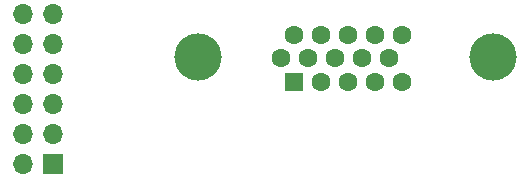
<source format=gbr>
%TF.GenerationSoftware,KiCad,Pcbnew,7.0.10*%
%TF.CreationDate,2024-02-19T15:37:38+07:00*%
%TF.ProjectId,PMOD2VGA,504d4f44-3256-4474-912e-6b696361645f,rev?*%
%TF.SameCoordinates,PX8c6db50PY50d2eb0*%
%TF.FileFunction,Soldermask,Bot*%
%TF.FilePolarity,Negative*%
%FSLAX46Y46*%
G04 Gerber Fmt 4.6, Leading zero omitted, Abs format (unit mm)*
G04 Created by KiCad (PCBNEW 7.0.10) date 2024-02-19 15:37:38*
%MOMM*%
%LPD*%
G01*
G04 APERTURE LIST*
%ADD10C,4.000000*%
%ADD11R,1.600000X1.600000*%
%ADD12C,1.600000*%
%ADD13R,1.700000X1.700000*%
%ADD14O,1.700000X1.700000*%
G04 APERTURE END LIST*
D10*
%TO.C,J2*%
X43815000Y10840000D03*
X18815000Y10840000D03*
D11*
X27000000Y8790000D03*
D12*
X29290000Y8790000D03*
X31580000Y8790000D03*
X33870000Y8790000D03*
X36160000Y8790000D03*
X25855000Y10770000D03*
X28145000Y10770000D03*
X30435000Y10770000D03*
X32725000Y10770000D03*
X35015000Y10770000D03*
X27000000Y12750000D03*
X29290000Y12750000D03*
X31580000Y12750000D03*
X33870000Y12750000D03*
X36160000Y12750000D03*
%TD*%
D13*
%TO.C,J1*%
X6540000Y1840000D03*
D14*
X4000000Y1840000D03*
X6540000Y4380000D03*
X4000000Y4380000D03*
X6540000Y6920000D03*
X4000000Y6920000D03*
X6540000Y9460000D03*
X4000000Y9460000D03*
X6540000Y12000000D03*
X4000000Y12000000D03*
X6540000Y14540000D03*
X4000000Y14540000D03*
%TD*%
M02*

</source>
